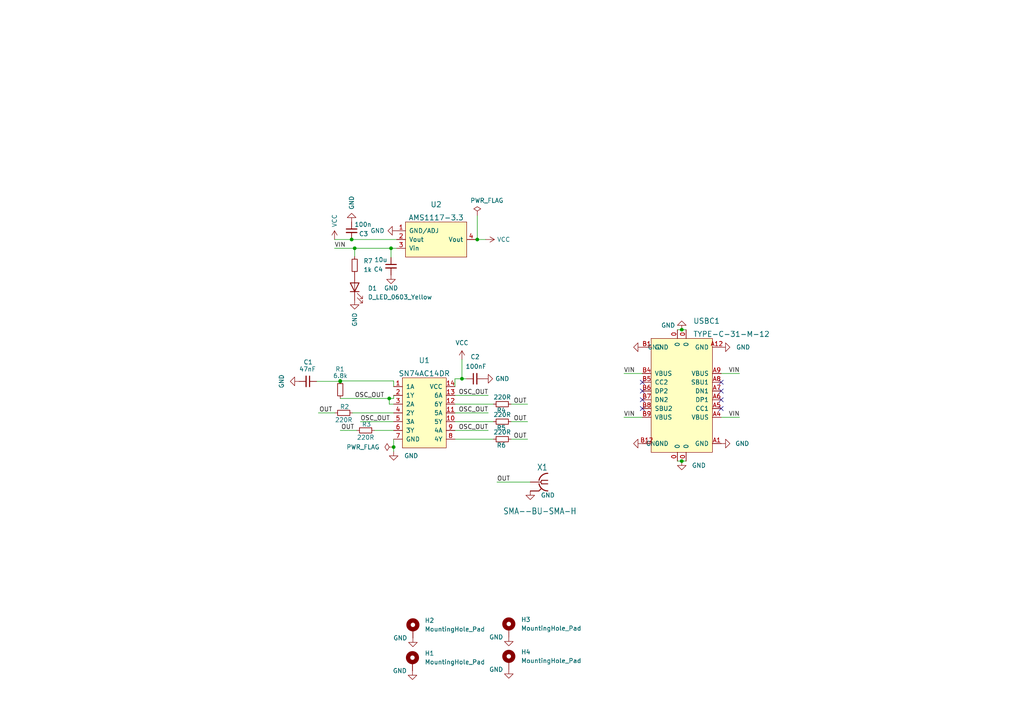
<source format=kicad_sch>
(kicad_sch (version 20211123) (generator eeschema)
  (paper "A4")
  (title_block (title "W2AEW Pulse Generator") (company "Hans Baier"))
  (lib_symbols
    (symbol "Device:C_Small" (pin_numbers hide) (pin_names (offset 0.254) hide)
      (property "Reference" "C" (at 0.254 1.778 0))
      (property "Value" "C_Small" (at 0.254 -2.032 0))
      (symbol "C_Small_0_1"
        (polyline (pts (xy -1.524 -0.508) (xy 1.524 -0.508)) (stroke (width 0.3302)))
        (polyline (pts (xy -1.524 0.508) (xy 1.524 0.508)) (stroke (width 0.3048)))
      )
      (symbol "C_Small_1_1"
        (pin passive line (at 0 2.54 270) (length 2.032) (name "~") (number "1"))
        (pin passive line (at 0 -2.54 90) (length 2.032) (name "~") (number "2"))
      )
    )
    (symbol "Mechanical:MountingHole_Pad" (pin_numbers hide) (pin_names (offset 1.016) hide)
      (property "Reference" "H" (at 0 6.35 0))
      (property "Value" "MountingHole_Pad" (at 0 4.445 0))
      (symbol "MountingHole_Pad_0_1"
        (circle (center 0 1.27) (radius 1.27) (stroke (width 1.27)))
      )
      (symbol "MountingHole_Pad_1_1"
        (pin input line (at 0 -2.54 90) (length 2.54) (name "1") (number "1"))
      )
    )
    (symbol "diff-probe-eagle-import:SMA--BU-SMA-H"
      (property "Reference" "J" (at -2.54 3.302 0))
      (property "Value" "SMA--BU-SMA-H" (at -2.54 -5.08 0))
      (symbol "SMA--BU-SMA-H_1_0"
        (arc (start -2.54 -2.54) (mid -0.9022 -1.9838) (end 0 -0.508) (stroke (width 0.3048)))
        (polyline (pts (xy -2.54 0.508) (xy -0.762 0.508)) (stroke (width 0.254)))
        (polyline (pts (xy -0.762 -0.508) (xy -2.54 -0.508)) (stroke (width 0.254)))
        (polyline (pts (xy -0.762 0.508) (xy -0.508 0)) (stroke (width 0.254)))
        (polyline (pts (xy -0.508 0) (xy -0.762 -0.508)) (stroke (width 0.254)))
        (polyline (pts (xy 0 -2.54) (xy -0.762 -1.778)) (stroke (width 0.254)))
        (polyline (pts (xy 0 0) (xy -0.508 0)) (stroke (width 0.1524)))
        (arc (start 0 0.508) (mid -0.9022 1.9838) (end -2.54 2.54) (stroke (width 0.3048)))
        (pin passive line (at 2.54 0 180) (length 2.54) (name "1") (number "1"))
        (pin passive line (at 2.54 -2.54 180) (length 2.54) (name "2") (number "2"))
        (pin passive line (at 2.54 -2.54 180) (length 2.54) (name "2") (number "3"))
        (pin passive line (at 2.54 -2.54 180) (length 2.54) (name "2") (number "4"))
        (pin passive line (at 2.54 -2.54 180) (length 2.54) (name "2") (number "5"))
      )
    )
    (symbol "easyeda2kicad:AMS1117-3.3" (pin_names (offset 1.016))
      (property "Reference" "U?" (at 0 7.62 0))
      (property "Value" "AMS1117-3.3" (at 0 -7.62 0))
      (symbol "AMS1117-3.3_1_1"
        (rectangle (start -8.89 5.08) (end 8.89 -5.08) (fill (type background)))
        (pin unspecified line (at -11.43 2.54 0) (length 2.54) (name "GND/ADJ") (number "1"))
        (pin unspecified line (at -11.43 0 0) (length 2.54) (name "Vout") (number "2"))
        (pin unspecified line (at -11.43 -2.54 0) (length 2.54) (name "Vin") (number "3"))
        (pin unspecified line (at 11.43 0 180) (length 2.54) (name "Vout") (number "4"))
      )
    )
    (symbol "easyeda2kicad:SN74AC14DR" (pin_names (offset 1.016))
      (property "Reference" "U?" (at 0 12.7 0))
      (property "Value" "SN74AC14DR" (at 0 -12.7 0))
      (symbol "SN74AC14DR_1_1"
        (rectangle (start -6.35 10.16) (end 6.35 -10.16) (fill (type background)))
        (pin unspecified line (at -8.89 7.62 0) (length 2.54) (name "1A") (number "1"))
        (pin unspecified line (at 8.89 -2.54 180) (length 2.54) (name "5Y") (number "10"))
        (pin unspecified line (at 8.89 0 180) (length 2.54) (name "5A") (number "11"))
        (pin unspecified line (at 8.89 2.54 180) (length 2.54) (name "6Y") (number "12"))
        (pin unspecified line (at 8.89 5.08 180) (length 2.54) (name "6A") (number "13"))
        (pin unspecified line (at 8.89 7.62 180) (length 2.54) (name "VCC") (number "14"))
        (pin unspecified line (at -8.89 5.08 0) (length 2.54) (name "1Y") (number "2"))
        (pin unspecified line (at -8.89 2.54 0) (length 2.54) (name "2A") (number "3"))
        (pin unspecified line (at -8.89 0 0) (length 2.54) (name "2Y") (number "4"))
        (pin unspecified line (at -8.89 -2.54 0) (length 2.54) (name "3A") (number "5"))
        (pin unspecified line (at -8.89 -5.08 0) (length 2.54) (name "3Y") (number "6"))
        (pin unspecified line (at -8.89 -7.62 0) (length 2.54) (name "GND") (number "7"))
        (pin unspecified line (at 8.89 -7.62 180) (length 2.54) (name "4Y") (number "8"))
        (pin unspecified line (at 8.89 -5.08 180) (length 2.54) (name "4A") (number "9"))
      )
    )
    (symbol "easyeda2kicad:TYPE-C-31-M-12" (pin_names (offset 1.016))
      (property "Reference" "USBC?" (at 0 24.13 0))
      (property "Value" "TYPE-C-31-M-12" (at 0 -24.13 0))
      (symbol "TYPE-C-31-M-12_1_1"
        (rectangle (start -8.89 16.51) (end 8.89 -16.51) (fill (type background)))
        (pin unspecified line (at -1.27 -19.05 90) (length 2.54) (name "0") (number "0"))
        (pin unspecified line (at -1.27 19.05 270) (length 2.54) (name "0") (number "0"))
        (pin unspecified line (at 1.27 -19.05 90) (length 2.54) (name "0") (number "0"))
        (pin unspecified line (at 1.27 19.05 270) (length 2.54) (name "0") (number "0"))
        (pin unspecified line (at 11.43 -13.97 180) (length 2.54) (name "GND") (number "A1"))
        (pin unspecified line (at 11.43 13.97 180) (length 2.54) (name "GND") (number "A12"))
        (pin unspecified line (at 11.43 -6.35 180) (length 2.54) (name "VBUS") (number "A4"))
        (pin unspecified line (at 11.43 -3.81 180) (length 2.54) (name "CC1") (number "A5"))
        (pin unspecified line (at 11.43 -1.27 180) (length 2.54) (name "DP1") (number "A6"))
        (pin unspecified line (at 11.43 1.27 180) (length 2.54) (name "DN1") (number "A7"))
        (pin unspecified line (at 11.43 3.81 180) (length 2.54) (name "SBU1") (number "A8"))
        (pin unspecified line (at 11.43 6.35 180) (length 2.54) (name "VBUS") (number "A9"))
        (pin unspecified line (at -11.43 13.97 0) (length 2.54) (name "GND") (number "B1"))
        (pin unspecified line (at -11.43 -13.97 0) (length 2.54) (name "GND") (number "B12"))
        (pin unspecified line (at -11.43 6.35 0) (length 2.54) (name "VBUS") (number "B4"))
        (pin unspecified line (at -11.43 3.81 0) (length 2.54) (name "CC2") (number "B5"))
        (pin unspecified line (at -11.43 1.27 0) (length 2.54) (name "DP2") (number "B6"))
        (pin unspecified line (at -11.43 -1.27 0) (length 2.54) (name "DN2") (number "B7"))
        (pin unspecified line (at -11.43 -3.81 0) (length 2.54) (name "SBU2") (number "B8"))
        (pin unspecified line (at -11.43 -6.35 0) (length 2.54) (name "VBUS") (number "B9"))
      )
    )
    (symbol "jlcpcb-basic-led:D_LED_0603_Yellow" (pin_numbers hide) (pin_names (offset 1.016) hide)
      (property "Reference" "D" (at 0 2.54 0))
      (property "Value" "D_LED_0603_Yellow" (at 0 -2.54 0))
      (symbol "D_LED_0603_Yellow_0_1"
        (polyline (pts (xy -1.27 -1.27) (xy -1.27 1.27)) (stroke (width 0.254)))
        (polyline (pts (xy -1.27 0) (xy 1.27 0)))
        (polyline (pts (xy 1.27 -1.27) (xy 1.27 1.27) (xy -1.27 0) (xy 1.27 -1.27)) (stroke (width 0.254)))
        (polyline (pts (xy -3.048 -0.762) (xy -4.572 -2.286) (xy -3.81 -2.286) (xy -4.572 -2.286) (xy -4.572 -1.524)))
        (polyline (pts (xy -1.778 -0.762) (xy -3.302 -2.286) (xy -2.54 -2.286) (xy -3.302 -2.286) (xy -3.302 -1.524)))
      )
      (symbol "D_LED_0603_Yellow_1_1"
        (pin passive line (at -3.81 0 0) (length 2.54) (name "K") (number "1"))
        (pin passive line (at 3.81 0 180) (length 2.54) (name "A") (number "2"))
      )
    )
    (symbol "jlcpcb-basic-mlcc:C_0402_100nF" (pin_numbers hide) (pin_names (offset 0.254) hide)
      (property "Reference" "C" (at 0.635 2.54 0))
      (property "Value" "C_0402_100nF" (at 0.635 -2.54 0))
      (symbol "C_0402_100nF_0_1"
        (polyline (pts (xy -1.524 -0.508) (xy 1.524 -0.508)) (stroke (width 0.3302)))
        (polyline (pts (xy -1.524 0.508) (xy 1.524 0.508)) (stroke (width 0.3048)))
      )
      (symbol "C_0402_100nF_1_1"
        (pin passive line (at 0 2.54 270) (length 2.032) (name "~") (number "1"))
        (pin passive line (at 0 -2.54 90) (length 2.032) (name "~") (number "2"))
      )
    )
    (symbol "jlcpcb-basic-mlcc:C_0603_47nF" (pin_numbers hide) (pin_names (offset 0.254) hide)
      (property "Reference" "C" (at 0.635 2.54 0))
      (property "Value" "C_0603_47nF" (at 0.635 -2.54 0))
      (symbol "C_0603_47nF_0_1"
        (polyline (pts (xy -1.524 -0.508) (xy 1.524 -0.508)) (stroke (width 0.3302)))
        (polyline (pts (xy -1.524 0.508) (xy 1.524 0.508)) (stroke (width 0.3048)))
      )
      (symbol "C_0603_47nF_1_1"
        (pin passive line (at 0 2.54 270) (length 2.032) (name "~") (number "1"))
        (pin passive line (at 0 -2.54 90) (length 2.032) (name "~") (number "2"))
      )
    )
    (symbol "jlcpcb-basic-resistor-0402:1k" (pin_numbers hide) (pin_names (offset 1.016) hide)
      (property "Reference" "R" (at 2.032 0 90))
      (property "Value" "1k" (at 0 0 90))
      (symbol "1k_0_1"
        (rectangle (start -0.762 1.778) (end 0.762 -1.778) (stroke (width 0.2032)))
      )
      (symbol "1k_1_1"
        (pin passive line (at 0 2.54 270) (length 0.762) (name "~") (number "1"))
        (pin passive line (at 0 -2.54 90) (length 0.762) (name "~") (number "2"))
      )
    )
    (symbol "jlcpcb-basic-resistor:R_0402_220R" (pin_numbers hide) (pin_names (offset 1.016) hide)
      (property "Reference" "R" (at 2.032 0 90))
      (property "Value" "R_0402_220R" (at 0 0 90))
      (symbol "R_0402_220R_0_1"
        (rectangle (start -0.762 1.778) (end 0.762 -1.778) (stroke (width 0.2032)))
      )
      (symbol "R_0402_220R_1_1"
        (pin passive line (at 0 2.54 270) (length 0.762) (name "~") (number "1"))
        (pin passive line (at 0 -2.54 90) (length 0.762) (name "~") (number "2"))
      )
    )
    (symbol "jlcpcb-basic-resistor:R_0402_6.8k" (pin_numbers hide) (pin_names (offset 1.016) hide)
      (property "Reference" "R" (at 2.032 0 90))
      (property "Value" "R_0402_6.8k" (at 0 0 90))
      (symbol "R_0402_6.8k_0_1"
        (rectangle (start -0.762 1.778) (end 0.762 -1.778) (stroke (width 0.2032)))
      )
      (symbol "R_0402_6.8k_1_1"
        (pin passive line (at 0 2.54 270) (length 0.762) (name "~") (number "1"))
        (pin passive line (at 0 -2.54 90) (length 0.762) (name "~") (number "2"))
      )
    )
    (symbol "power:GND" (power) (pin_names (offset 0))
      (property "Value" "GND" (at 0 -3.81 0))
      (symbol "GND_0_1"
        (polyline (pts (xy 0 0) (xy 0 -1.27) (xy 1.27 -1.27) (xy 0 -2.54) (xy -1.27 -1.27) (xy 0 -1.27)))
      )
      (symbol "GND_1_1"
        (pin power_in line (at 0 0 270) (length 0) hide (name "GND") (number "1"))
      )
    )
    (symbol "power:PWR_FLAG" (power) (pin_numbers hide) (pin_names (offset 0) hide)
      (property "Value" "PWR_FLAG" (at 0 3.81 0))
      (symbol "PWR_FLAG_0_0"
        (pin power_out line (at 0 0 90) (length 0) (name "pwr") (number "1"))
      )
      (symbol "PWR_FLAG_0_1"
        (polyline (pts (xy 0 0) (xy 0 1.27) (xy -1.016 1.905) (xy 0 2.54) (xy 1.016 1.905) (xy 0 1.27)))
      )
    )
    (symbol "power:VCC" (power) (pin_names (offset 0))
      (property "Value" "VCC" (at 0 3.81 0))
      (symbol "VCC_0_1"
        (polyline (pts (xy -0.762 1.27) (xy 0 2.54)))
        (polyline (pts (xy 0 0) (xy 0 2.54)))
        (polyline (pts (xy 0 2.54) (xy 0.762 1.27)))
      )
      (symbol "VCC_1_1"
        (pin power_in line (at 0 0 90) (length 0) hide (name "VCC") (number "1"))
      )
    )
  )
  (junction (at 102.87 72.009))
  (junction (at 98.679 110.617))
  (junction (at 98.679 110.49))
  (junction (at 138.43 69.469))
  (junction (at 114.173 129.667))
  (junction (at 197.739 133.731))
  (junction (at 133.985 109.855))
  (junction (at 113.411 72.009))
  (junction (at 197.739 95.631))
  (junction (at 112.903 115.57))
  (junction (at 101.981 69.469))
  (no_connect (at 209.169 110.871))
  (no_connect (at 209.169 113.411))
  (no_connect (at 209.169 118.491))
  (no_connect (at 209.169 115.951))
  (no_connect (at 186.309 113.411))
  (no_connect (at 186.309 110.871))
  (no_connect (at 186.309 115.951))
  (no_connect (at 186.309 118.491))
  (wire (pts (xy 102.87 72.009) (xy 113.411 72.009)))
  (wire (pts (xy 186.309 121.031) (xy 180.975 121.031)))
  (wire (pts (xy 131.953 114.681) (xy 141.605 114.681)))
  (wire (pts (xy 114.173 127.381) (xy 114.173 129.667)))
  (wire (pts (xy 209.169 108.331) (xy 214.503 108.331)))
  (wire (pts (xy 114.173 115.57) (xy 112.903 115.57)))
  (wire (pts (xy 114.173 122.301) (xy 104.521 122.301)))
  (wire (pts (xy 131.953 112.141) (xy 131.953 109.855)))
  (wire (pts (xy 196.469 133.731) (xy 197.739 133.731)))
  (wire (pts (xy 153.035 117.221) (xy 148.209 117.221)))
  (wire (pts (xy 108.585 124.841) (xy 114.173 124.841)))
  (wire (pts (xy 91.821 110.617) (xy 98.679 110.617)))
  (wire (pts (xy 101.981 69.469) (xy 115.062 69.469)))
  (wire (pts (xy 98.679 124.841) (xy 103.505 124.841)))
  (wire (pts (xy 131.953 122.301) (xy 143.129 122.301)))
  (wire (pts (xy 131.953 119.761) (xy 141.605 119.761)))
  (wire (pts (xy 131.953 109.855) (xy 133.985 109.855)))
  (wire (pts (xy 92.329 119.761) (xy 97.155 119.761)))
  (wire (pts (xy 197.739 133.731) (xy 199.009 133.731)))
  (wire (pts (xy 197.739 95.631) (xy 199.009 95.631)))
  (wire (pts (xy 114.173 114.681) (xy 114.173 115.57)))
  (wire (pts (xy 153.797 139.827) (xy 144.145 139.827)))
  (wire (pts (xy 102.87 72.009) (xy 102.87 74.422)))
  (wire (pts (xy 98.679 110.617) (xy 98.679 110.49)))
  (wire (pts (xy 153.035 127.381) (xy 148.209 127.381)))
  (wire (pts (xy 114.173 129.667) (xy 114.173 130.937)))
  (wire (pts (xy 133.985 104.267) (xy 133.985 109.855)))
  (wire (pts (xy 114.173 112.141) (xy 114.173 110.49)))
  (wire (pts (xy 112.903 117.221) (xy 114.173 117.221)))
  (wire (pts (xy 196.469 95.631) (xy 197.739 95.631)))
  (wire (pts (xy 186.309 108.331) (xy 180.975 108.331)))
  (wire (pts (xy 112.903 115.57) (xy 98.679 115.57)))
  (wire (pts (xy 131.953 127.381) (xy 143.129 127.381)))
  (wire (pts (xy 138.43 69.469) (xy 137.922 69.469)))
  (wire (pts (xy 97.028 69.469) (xy 101.981 69.469)))
  (wire (pts (xy 133.985 109.855) (xy 135.255 109.855)))
  (wire (pts (xy 102.235 119.761) (xy 114.173 119.761)))
  (wire (pts (xy 113.411 72.009) (xy 113.411 74.676)))
  (wire (pts (xy 140.843 69.469) (xy 138.43 69.469)))
  (wire (pts (xy 97.028 72.009) (xy 102.87 72.009)))
  (wire (pts (xy 112.903 115.57) (xy 112.903 117.221)))
  (wire (pts (xy 113.411 72.009) (xy 115.062 72.009)))
  (wire (pts (xy 131.953 124.841) (xy 141.605 124.841)))
  (wire (pts (xy 209.169 121.031) (xy 214.503 121.031)))
  (wire (pts (xy 138.43 62.484) (xy 138.43 69.469)))
  (wire (pts (xy 153.035 122.301) (xy 148.209 122.301)))
  (wire (pts (xy 131.953 117.221) (xy 143.129 117.221)))
  (wire (pts (xy 98.679 110.49) (xy 114.173 110.49)))
  (label "OSC_OUT" (at 141.605 114.681 180))
  (label "OUT" (at 152.781 122.301 180))
  (label "OUT" (at 92.583 119.761 0))
  (label "VIN" (at 184.15 108.331 180))
  (label "VIN" (at 211.328 121.031 0))
  (label "OSC_OUT" (at 141.605 119.761 180))
  (label "OUT" (at 144.145 139.827 0))
  (label "OUT" (at 152.781 117.221 180))
  (label "VIN" (at 97.028 72.009 0))
  (label "OSC_OUT" (at 104.521 122.301 0))
  (label "VIN" (at 211.328 108.331 0))
  (label "OSC_OUT" (at 141.605 124.841 180))
  (label "OSC_OUT" (at 102.87 115.57 0))
  (label "OUT" (at 152.781 127.381 180))
  (label "VIN" (at 184.15 121.031 180))
  (label "OUT" (at 98.933 124.841 0))
  (symbol (lib_id "power:GND") (at 113.411 79.756 0) (unit 1)
    (property "Reference" "#PWR0115" (effects hide))
    (property "Value" "GND" (at 111.379 83.566 0) (effects (justify left)))
  )
  (symbol (lib_id "jlcpcb-basic-mlcc:C_0402_100nF") (at 137.795 109.855 90) (unit 1)
    (property "Reference" "C2" (at 137.795 103.505 90))
    (property "Value" "100nF" (at 138.049 106.299 90))
    (property "Footprint" "Capacitor_SMD:C_0402_1005Metric" (effects hide))
    (property "Datasheet" "https://datasheet.lcsc.com/szlcsc/Samsung-Electro-Mechanics-CL05B104KO5NNNC_C1525.pdf" (effects hide))
    (property "LCSC" "C1525" (effects hide))
  )
  (symbol (lib_id "diff-probe-eagle-import:SMA--BU-SMA-H") (at 156.337 139.827 0) (mirror y) (unit 1)
    (property "Reference" "X1" (at 158.877 136.525 0) (effects (font (size 1.778 1.5113)) (justify left bottom)))
    (property "Value" "SMA--BU-SMA-H" (at 167.259 149.225 0) (effects (font (size 1.778 1.5113)) (justify left bottom)))
    (property "Footprint" "easyeda2kicad:SMA-TH_HJ-SMA014" (effects hide))
    (property "LCSC" "C1509230" (effects hide))
  )
  (symbol (lib_id "power:GND") (at 101.981 64.389 180) (unit 1)
    (property "Reference" "#PWR0110" (effects hide))
    (property "Value" "GND" (at 101.981 56.769 90) (effects (justify left)))
  )
  (symbol (lib_id "power:GND") (at 147.574 184.785 0) (unit 1)
    (property "Reference" "#PWR03" (effects hide))
    (property "Value" "GND" (at 141.859 184.785 0) (effects (justify left)))
  )
  (symbol (lib_id "power:GND") (at 140.335 109.855 90) (unit 1)
    (property "Reference" "#PWR0102" (effects hide))
    (property "Value" "GND" (at 143.637 109.8549 90) (effects (justify right)))
  )
  (symbol (lib_id "power:GND") (at 209.169 100.711 90) (unit 1)
    (property "Reference" "#PWR0105" (effects hide))
    (property "Value" "GND" (at 213.487 100.7109 90) (effects (justify right)))
  )
  (symbol (lib_id "jlcpcb-basic-resistor-0402:1k") (at 102.87 76.962 0) (unit 1)
    (property "Reference" "R7" (at 105.41 75.6919 0) (effects (justify left)))
    (property "Value" "1k" (at 105.41 78.2319 0) (effects (justify left)))
    (property "Footprint" "Resistor_SMD:R_0402_1005Metric" (effects hide))
    (property "Datasheet" "https://datasheet.lcsc.com/szlcsc/Uniroyal-Elec-0402WGF1001TCE_C11702.pdf" (effects hide))
    (property "LCSC" "C11702" (effects hide))
  )
  (symbol (lib_id "Device:C_Small") (at 101.981 66.929 0) (unit 1)
    (property "Reference" "C3" (at 104.1079 67.8283 0) (effects (justify left)))
    (property "Value" "100n" (at 102.7836 65.1181 0) (effects (justify left)))
    (property "Footprint" "Capacitor_SMD:C_0805_2012Metric" (effects hide))
    (property "LCSC" "C49678" (effects hide))
  )
  (symbol (lib_id "power:GND") (at 153.797 142.367 0) (unit 1)
    (property "Reference" "#PWR0113" (effects hide))
    (property "Value" "GND" (at 156.845 143.6369 0) (effects (justify left)))
  )
  (symbol (lib_id "power:GND") (at 209.169 128.651 90) (unit 1)
    (property "Reference" "#PWR0111" (effects hide))
    (property "Value" "GND" (at 213.233 128.6509 90) (effects (justify right)))
  )
  (symbol (lib_id "Mechanical:MountingHole_Pad") (at 119.761 182.499 0) (unit 1)
    (property "Reference" "H2" (at 123.19 179.9589 0) (effects (justify left)))
    (property "Value" "MountingHole_Pad" (at 123.19 182.4989 0) (effects (justify left)))
    (property "Footprint" "MountingHole:MountingHole_2.2mm_M2_Pad_Via" (effects hide))
  )
  (symbol (lib_id "power:GND") (at 119.761 185.039 0) (unit 1)
    (property "Reference" "#PWR02" (effects hide))
    (property "Value" "GND" (at 114.046 185.039 0) (effects (justify left)))
  )
  (symbol (lib_id "jlcpcb-basic-resistor:R_0402_220R") (at 106.045 124.841 270) (unit 1)
    (property "Reference" "R3" (at 106.299 123.063 90))
    (property "Value" "220R" (at 106.045 126.873 90))
    (property "Footprint" "Resistor_SMD:R_0402_1005Metric" (effects hide))
    (property "Datasheet" "https://datasheet.lcsc.com/szlcsc/Uniroyal-Elec-0402WGF2200TCE_C25091.pdf" (effects hide))
    (property "LCSC" "C25091" (effects hide))
  )
  (symbol (lib_id "jlcpcb-basic-resistor:R_0402_220R") (at 145.669 117.221 90) (unit 1)
    (property "Reference" "R4" (at 145.415 118.999 90))
    (property "Value" "220R" (at 145.669 115.189 90))
    (property "Footprint" "Resistor_SMD:R_0402_1005Metric" (effects hide))
    (property "Datasheet" "https://datasheet.lcsc.com/szlcsc/Uniroyal-Elec-0402WGF2200TCE_C25091.pdf" (effects hide))
    (property "LCSC" "C25091" (effects hide))
  )
  (symbol (lib_id "Device:C_Small") (at 113.411 77.216 0) (unit 1)
    (property "Reference" "C4" (at 111.0868 78.1245 0) (effects (justify right)))
    (property "Value" "10u" (at 112.3568 75.3494 0) (effects (justify right)))
    (property "Footprint" "Capacitor_SMD:C_0805_2012Metric" (effects hide))
    (property "LCSC" "C15850" (effects hide))
  )
  (symbol (lib_id "power:VCC") (at 97.028 69.469 0) (mirror y) (unit 1)
    (property "Reference" "#PWR0109" (effects hide))
    (property "Value" "VCC" (at 97.028 62.103 90) (effects (justify right)))
  )
  (symbol (lib_id "power:VCC") (at 140.843 69.469 270) (mirror x) (unit 1)
    (property "Reference" "#PWR0112" (effects hide))
    (property "Value" "VCC" (at 144.145 69.4689 90) (effects (justify left)))
  )
  (symbol (lib_id "power:GND") (at 147.574 194.183 0) (unit 1)
    (property "Reference" "#PWR04" (effects hide))
    (property "Value" "GND" (at 141.859 194.183 0) (effects (justify left)))
  )
  (symbol (lib_id "jlcpcb-basic-resistor:R_0402_220R") (at 145.669 127.381 90) (unit 1)
    (property "Reference" "R6" (at 145.415 129.159 90))
    (property "Value" "220R" (at 145.669 125.349 90))
    (property "Footprint" "Resistor_SMD:R_0402_1005Metric" (effects hide))
    (property "Datasheet" "https://datasheet.lcsc.com/szlcsc/Uniroyal-Elec-0402WGF2200TCE_C25091.pdf" (effects hide))
    (property "LCSC" "C25091" (effects hide))
  )
  (symbol (lib_id "power:GND") (at 186.309 100.711 270) (unit 1)
    (property "Reference" "#PWR0107" (effects hide))
    (property "Value" "GND" (at 187.833 100.7109 90) (effects (justify left)))
  )
  (symbol (lib_id "power:GND") (at 119.634 194.564 0) (unit 1)
    (property "Reference" "#PWR01" (effects hide))
    (property "Value" "GND" (at 113.919 194.564 0) (effects (justify left)))
  )
  (symbol (lib_id "jlcpcb-basic-resistor:R_0402_220R") (at 145.669 122.301 90) (unit 1)
    (property "Reference" "R5" (at 145.415 124.079 90))
    (property "Value" "220R" (at 145.669 120.269 90))
    (property "Footprint" "Resistor_SMD:R_0402_1005Metric" (effects hide))
    (property "Datasheet" "https://datasheet.lcsc.com/szlcsc/Uniroyal-Elec-0402WGF2200TCE_C25091.pdf" (effects hide))
    (property "LCSC" "C25091" (effects hide))
  )
  (symbol (lib_id "easyeda2kicad:AMS1117-3.3") (at 126.492 69.469 0) (unit 1)
    (property "Reference" "U2" (at 126.492 59.309 0) (effects (font (size 1.524 1.524))))
    (property "Value" "AMS1117-3.3" (at 126.492 63.119 0) (effects (font (size 1.524 1.524))))
    (property "Footprint" "easyeda2kicad:SOT-223-3_L6.5-W3.4-P2.30-LS7.0-BR" (effects hide))
    (property "Datasheet" "https://lcsc.com/product-detail/Low-Dropout-Regulators-LDO_AMS_AMS1117-3-3_AMS1117-3-3_C6186.html" (effects hide))
    (property "Manufacturer" "AMS" (effects hide))
    (property "LCSC Part" "C6186" (effects hide))
    (property "JLC Part" "Basic Part" (effects hide))
  )
  (symbol (lib_id "Mechanical:MountingHole_Pad") (at 147.574 191.643 0) (unit 1)
    (property "Reference" "H4" (at 151.13 189.1029 0) (effects (justify left)))
    (property "Value" "MountingHole_Pad" (at 151.13 191.6429 0) (effects (justify left)))
    (property "Footprint" "MountingHole:MountingHole_2.2mm_M2_Pad_Via" (effects hide))
  )
  (symbol (lib_id "power:PWR_FLAG") (at 138.43 62.484 0) (mirror y) (unit 1)
    (property "Reference" "#FLG0102" (effects hide))
    (property "Value" "PWR_FLAG" (at 141.224 58.166 0))
  )
  (symbol (lib_id "jlcpcb-basic-led:D_LED_0603_Yellow") (at 102.87 83.312 90) (unit 1)
    (property "Reference" "D1" (at 106.68 83.6294 90) (effects (justify right)))
    (property "Value" "D_LED_0603_Yellow" (at 106.68 86.1694 90) (effects (justify right)))
    (property "Footprint" "LED_SMD:LED_0603_1608Metric" (effects hide))
    (property "Datasheet" "https://datasheet.lcsc.com/szlcsc/Everlight-Elec-19-213-Y2C-CQ2R2L-3T-CY_C72038.pdf" (effects hide))
    (property "LCSC" "C72038" (effects hide))
  )
  (symbol (lib_id "Mechanical:MountingHole_Pad") (at 119.634 192.024 0) (unit 1)
    (property "Reference" "H1" (at 123.19 189.4839 0) (effects (justify left)))
    (property "Value" "MountingHole_Pad" (at 123.19 192.0239 0) (effects (justify left)))
    (property "Footprint" "MountingHole:MountingHole_2.2mm_M2_Pad_Via" (effects hide))
  )
  (symbol (lib_id "power:GND") (at 86.741 110.617 270) (unit 1)
    (property "Reference" "#PWR0101" (effects hide))
    (property "Value" "GND" (at 81.661 110.617 0))
  )
  (symbol (lib_id "easyeda2kicad:SN74AC14DR") (at 123.063 119.761 0) (unit 1)
    (property "Reference" "U1" (at 123.063 104.521 0) (effects (font (size 1.524 1.524))))
    (property "Value" "SN74AC14DR" (at 123.063 108.331 0) (effects (font (size 1.524 1.524))))
    (property "Footprint" "easyeda2kicad:SOIC-14_L8.7-W3.9-P1.27-LS6.0-BL" (effects hide))
    (property "Manufacturer" "TI(德州仪器)" (effects hide))
    (property "LCSC Part" "C7619" (effects hide))
    (property "JLC Part" "Extended Part" (effects hide))
  )
  (symbol (lib_id "power:GND") (at 115.062 66.929 270) (unit 1)
    (property "Reference" "#PWR0106" (effects hide))
    (property "Value" "GND" (at 107.442 66.929 90) (effects (justify left)))
  )
  (symbol (lib_id "power:GND") (at 102.87 87.122 0) (unit 1)
    (property "Reference" "#PWR0114" (effects hide))
    (property "Value" "GND" (at 102.87 94.742 90) (effects (justify left)))
  )
  (symbol (lib_id "power:VCC") (at 133.985 104.267 0) (unit 1)
    (property "Reference" "#PWR0104" (effects hide))
    (property "Value" "VCC" (at 133.985 99.441 0))
  )
  (symbol (lib_id "power:GND") (at 114.173 130.937 0) (unit 1)
    (property "Reference" "#PWR0103" (effects hide))
    (property "Value" "GND" (at 117.221 132.2069 0) (effects (justify left)))
  )
  (symbol (lib_id "power:GND") (at 197.739 95.631 0) (mirror x) (unit 1)
    (property "Reference" "#PWR0117" (effects hide))
    (property "Value" "GND" (at 195.834 94.3609 0) (effects (justify right)))
  )
  (symbol (lib_id "power:PWR_FLAG") (at 114.173 129.667 90) (mirror x) (unit 1)
    (property "Reference" "#FLG0101" (effects hide))
    (property "Value" "PWR_FLAG" (at 110.109 129.6669 90) (effects (justify left)))
  )
  (symbol (lib_id "easyeda2kicad:TYPE-C-31-M-12") (at 197.739 114.681 0) (unit 1)
    (property "Reference" "USBC1" (at 201.0284 93.091 0) (effects (font (size 1.524 1.524)) (justify left)))
    (property "Value" "TYPE-C-31-M-12" (at 201.0284 96.901 0) (effects (font (size 1.524 1.524)) (justify left)))
    (property "Footprint" "easyeda2kicad:USB-C_SMD-TYPE-C-31-M-12" (effects hide))
    (property "Datasheet" "https://lcsc.com/product-detail/USB-Type-C_Korean-Hroparts-Elec-TYPE-C-31-M-12_C165948.html" (effects hide))
    (property "Manufacturer" "Rectangular Connectors - Contacts" (effects hide))
    (property "LCSC Part" "C165948" (effects hide))
    (property "JLC Part" "Extended Part" (effects hide))
  )
  (symbol (lib_id "power:GND") (at 197.739 133.731 0) (mirror y) (unit 1)
    (property "Reference" "#PWR0116" (effects hide))
    (property "Value" "GND" (at 200.66 135.0009 0) (effects (justify right)))
  )
  (symbol (lib_id "jlcpcb-basic-mlcc:C_0603_47nF") (at 89.281 110.617 270) (unit 1)
    (property "Reference" "C1" (at 88.011 105.029 90) (effects (justify left)))
    (property "Value" "47nF" (at 86.741 107.061 90) (effects (justify left)))
    (property "Footprint" "Capacitor_SMD:C_0603_1608Metric" (effects hide))
    (property "Datasheet" "https://datasheet.lcsc.com/szlcsc/Samsung-Electro-Mechanics-CL10B473KB8NNNC_C1622.pdf" (effects hide))
    (property "LCSC" "C1622" (effects hide))
  )
  (symbol (lib_id "power:GND") (at 186.309 128.651 270) (unit 1)
    (property "Reference" "#PWR0108" (effects hide))
    (property "Value" "GND" (at 187.325 128.6509 90) (effects (justify left)))
  )
  (symbol (lib_id "Mechanical:MountingHole_Pad") (at 147.574 182.245 0) (unit 1)
    (property "Reference" "H3" (at 151.13 179.7049 0) (effects (justify left)))
    (property "Value" "MountingHole_Pad" (at 151.13 182.2449 0) (effects (justify left)))
    (property "Footprint" "MountingHole:MountingHole_2.2mm_M2_Pad_Via" (effects hide))
  )
  (symbol (lib_id "jlcpcb-basic-resistor:R_0402_220R") (at 99.695 119.761 270) (unit 1)
    (property "Reference" "R2" (at 99.949 117.983 90))
    (property "Value" "220R" (at 99.695 121.793 90))
    (property "Footprint" "Resistor_SMD:R_0402_1005Metric" (effects hide))
    (property "Datasheet" "https://datasheet.lcsc.com/szlcsc/Uniroyal-Elec-0402WGF2200TCE_C25091.pdf" (effects hide))
    (property "LCSC" "C25091" (effects hide))
  )
  (symbol (lib_id "jlcpcb-basic-resistor:R_0402_6.8k") (at 98.679 113.03 0) (mirror x) (unit 1)
    (property "Reference" "R1" (at 99.949 107.061 0) (effects (justify right)))
    (property "Value" "6.8k" (at 100.8634 108.9914 0) (effects (justify right)))
    (property "Footprint" "Resistor_SMD:R_0402_1005Metric" (effects hide))
    (property "Datasheet" "https://datasheet.lcsc.com/szlcsc/Uniroyal-Elec-0402WGF6801TCE_C25917.pdf" (effects hide))
    (property "LCSC" "C25917" (effects hide))
  )
)
</source>
